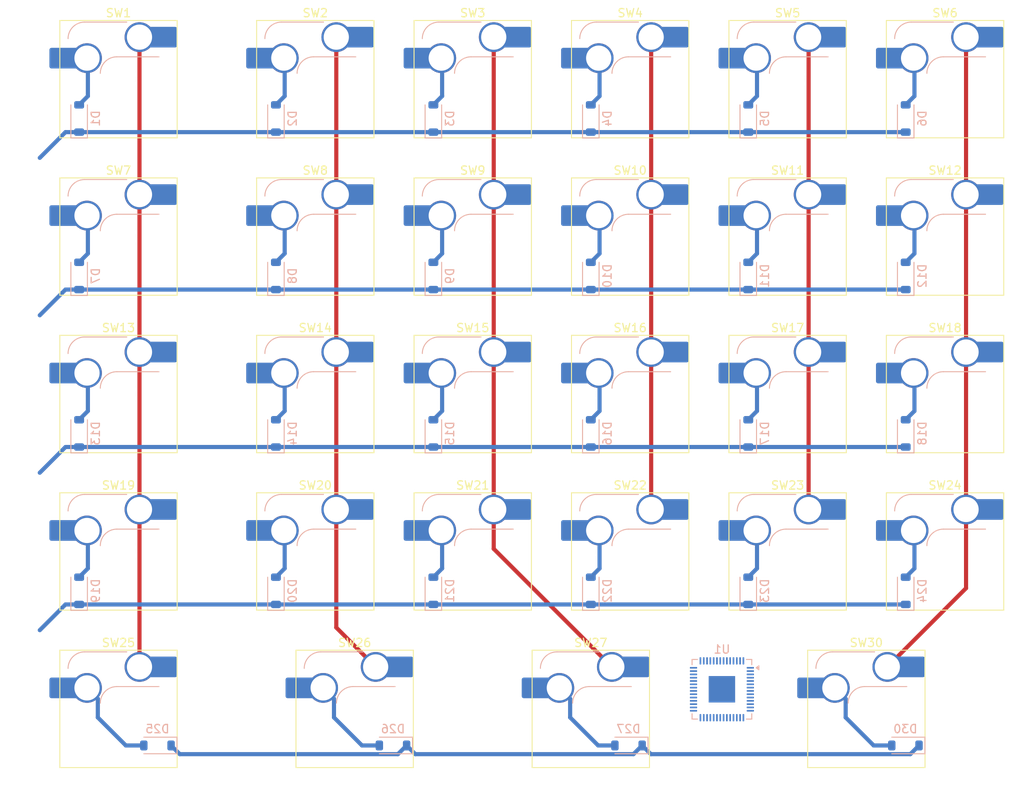
<source format=kicad_pcb>
(kicad_pcb (version 20241229) (generator "pcbnew") (generator_version "9.0")
  (layers (0 "F.Cu" signal) (2 "B.Cu" signal) (13 "F.Paste" user) (15 "B.Paste" user) (5 "F.SilkS" user "F.Silkscreen") (7 "B.SilkS" user "B.Silkscreen") (1 "F.Mask" user) (3 "B.Mask" user) (25 "Edge.Cuts" user))
  (net 0 "")
  (net 1 "Net-(D1-A)")
  (net 2 "C1")
  (net 3 "Net-(D2-A)")
  (net 4 "Net-(D3-A)")
  (net 5 "Net-(D4-A)")
  (net 6 "Net-(D5-A)")
  (net 7 "Net-(D6-A)")
  (net 8 "Net-(D7-A)")
  (net 9 "Net-(D8-A)")
  (net 10 "Net-(D9-A)")
  (net 11 "Net-(D10-A)")
  (net 12 "Net-(D11-A)")
  (net 13 "Net-(D12-A)")
  (net 14 "Net-(D13-A)")
  (net 15 "Net-(D14-A)")
  (net 16 "Net-(D15-A)")
  (net 17 "Net-(D16-A)")
  (net 18 "Net-(D17-A)")
  (net 19 "Net-(D18-A)")
  (net 20 "Net-(D19-A)")
  (net 21 "Net-(D20-A)")
  (net 22 "Net-(D21-A)")
  (net 23 "Net-(D22-A)")
  (net 24 "Net-(D23-A)")
  (net 25 "Net-(D24-A)")
  (net 26 "Net-(D25-A)")
  (net 27 "Net-(D26-A)")
  (net 28 "Net-(D27-A)")
  (net 29 "Net-(D30-A)")
  (net 34 "Net-(U1-IOVDD-Pad1)")
  (net 48 "Net-(U1-DVDD-Pad23)")
  (net 81 "R5")
  (footprint "PCM_Switch_Keyboard_Hotswap_Kailh:SW_Hotswap_Kailh_MX_Plated_1.00u" (layer "F.Cu") (at 71.755 61.9125)
    (property "Reference" "SW15")
    (property "Value" "SW_Push")
  )
  (footprint "PCM_Switch_Keyboard_Hotswap_Kailh:SW_Hotswap_Kailh_MX_Plated_1.50u" (layer "F.Cu") (at 28.8925 42.8625)
    (property "Reference" "SW7")
    (property "Value" "SW_Push")
  )
  (footprint "PCM_Switch_Keyboard_Hotswap_Kailh:SW_Hotswap_Kailh_MX_Plated_2.00u" (layer "F.Cu") (at 119.38 100.0125)
    (property "Reference" "SW30")
    (property "Value" "SW_Push")
  )
  (footprint "PCM_Switch_Keyboard_Hotswap_Kailh:SW_Hotswap_Kailh_MX_Plated_1.00u" (layer "F.Cu") (at 109.855 80.9625)
    (property "Reference" "SW23")
    (property "Value" "SW_Push")
  )
  (footprint "PCM_Switch_Keyboard_Hotswap_Kailh:SW_Hotswap_Kailh_MX_Plated_1.00u" (layer "F.Cu") (at 128.905 80.9625)
    (property "Reference" "SW24")
    (property "Value" "SW_Push")
  )
  (footprint "PCM_Switch_Keyboard_Hotswap_Kailh:SW_Hotswap_Kailh_MX_Plated_1.50u" (layer "F.Cu") (at 86.0425 100.0125)
    (property "Reference" "SW27")
    (property "Value" "SW_Push")
  )
  (footprint "PCM_Switch_Keyboard_Hotswap_Kailh:SW_Hotswap_Kailh_MX_Plated_1.50u" (layer "F.Cu") (at 28.8925 100.0125)
    (property "Reference" "SW25")
    (property "Value" "SW_Push")
  )
  (footprint "PCM_Switch_Keyboard_Hotswap_Kailh:SW_Hotswap_Kailh_MX_Plated_1.00u" (layer "F.Cu") (at 71.755 80.9625)
    (property "Reference" "SW21")
    (property "Value" "SW_Push")
  )
  (footprint "PCM_Switch_Keyboard_Hotswap_Kailh:SW_Hotswap_Kailh_MX_Plated_1.00u" (layer "F.Cu") (at 128.905 23.8125)
    (property "Reference" "SW6")
    (property "Value" "SW_Push")
  )
  (footprint "PCM_Switch_Keyboard_Hotswap_Kailh:SW_Hotswap_Kailh_MX_Plated_1.00u" (layer "F.Cu") (at 90.805 23.8125)
    (property "Reference" "SW4")
    (property "Value" "SW_Push")
  )
  (footprint "PCM_Switch_Keyboard_Hotswap_Kailh:SW_Hotswap_Kailh_MX_Plated_1.00u" (layer "F.Cu") (at 71.755 23.8125)
    (property "Reference" "SW3")
    (property "Value" "SW_Push")
  )
  (footprint "PCM_Switch_Keyboard_Hotswap_Kailh:SW_Hotswap_Kailh_MX_Plated_1.00u" (layer "F.Cu") (at 52.705 42.8625)
    (property "Reference" "SW8")
    (property "Value" "SW_Push")
  )
  (footprint "PCM_Switch_Keyboard_Hotswap_Kailh:SW_Hotswap_Kailh_MX_Plated_1.00u" (layer "F.Cu") (at 52.705 61.9125)
    (property "Reference" "SW14")
    (property "Value" "SW_Push")
  )
  (footprint "PCM_Switch_Keyboard_Hotswap_Kailh:SW_Hotswap_Kailh_MX_Plated_1.00u" (layer "F.Cu") (at 90.805 61.9125)
    (property "Reference" "SW16")
    (property "Value" "SW_Push")
  )
  (footprint "PCM_Switch_Keyboard_Hotswap_Kailh:SW_Hotswap_Kailh_MX_Plated_1.00u" (layer "F.Cu") (at 109.855 23.8125)
    (property "Reference" "SW5")
    (property "Value" "SW_Push")
  )
  (footprint "PCM_Switch_Keyboard_Hotswap_Kailh:SW_Hotswap_Kailh_MX_Plated_1.00u" (layer "F.Cu") (at 71.755 42.8625)
    (property "Reference" "SW9")
    (property "Value" "SW_Push")
  )
  (footprint "PCM_Switch_Keyboard_Hotswap_Kailh:SW_Hotswap_Kailh_MX_Plated_1.00u" (layer "F.Cu") (at 109.855 61.9125)
    (property "Reference" "SW17")
    (property "Value" "SW_Push")
  )
  (footprint "PCM_Switch_Keyboard_Hotswap_Kailh:SW_Hotswap_Kailh_MX_Plated_1.00u" (layer "F.Cu") (at 90.805 80.9625)
    (property "Reference" "SW22")
    (property "Value" "SW_Push")
  )
  (footprint "PCM_Switch_Keyboard_Hotswap_Kailh:SW_Hotswap_Kailh_MX_Plated_1.00u" (layer "F.Cu") (at 128.905 61.9125)
    (property "Reference" "SW18")
    (property "Value" "SW_Push")
  )
  (footprint "PCM_Switch_Keyboard_Hotswap_Kailh:SW_Hotswap_Kailh_MX_Plated_1.00u" (layer "F.Cu") (at 128.905 42.8625)
    (property "Reference" "SW12")
    (property "Value" "SW_Push")
  )
  (footprint "PCM_Switch_Keyboard_Hotswap_Kailh:SW_Hotswap_Kailh_MX_Plated_1.00u" (layer "F.Cu") (at 52.705 23.8125)
    (property "Reference" "SW2")
    (property "Value" "SW_Push")
  )
  (footprint "PCM_Switch_Keyboard_Hotswap_Kailh:SW_Hotswap_Kailh_MX_Plated_1.00u" (layer "F.Cu") (at 52.705 80.9625)
    (property "Reference" "SW20")
    (property "Value" "SW_Push")
  )
  (footprint "PCM_Switch_Keyboard_Hotswap_Kailh:SW_Hotswap_Kailh_MX_Plated_1.50u" (layer "F.Cu") (at 28.8925 61.9125)
    (property "Reference" "SW13")
    (property "Value" "SW_Push")
  )
  (footprint "PCM_Switch_Keyboard_Hotswap_Kailh:SW_Hotswap_Kailh_MX_Plated_1.50u" (layer "F.Cu") (at 57.4675 100.0125)
    (property "Reference" "SW26")
    (property "Value" "SW_Push")
  )
  (footprint "PCM_Switch_Keyboard_Hotswap_Kailh:SW_Hotswap_Kailh_MX_Plated_1.00u" (layer "F.Cu") (at 90.805 42.8625)
    (property "Reference" "SW10")
    (property "Value" "SW_Push")
  )
  (footprint "PCM_Switch_Keyboard_Hotswap_Kailh:SW_Hotswap_Kailh_MX_Plated_1.00u" (layer "F.Cu") (at 109.855 42.8625)
    (property "Reference" "SW11")
    (property "Value" "SW_Push")
  )
  (footprint "PCM_Switch_Keyboard_Hotswap_Kailh:SW_Hotswap_Kailh_MX_Plated_1.50u" (layer "F.Cu") (at 28.8925 23.8125)
    (property "Reference" "SW1")
    (property "Value" "SW_Push")
  )
  (footprint "PCM_Switch_Keyboard_Hotswap_Kailh:SW_Hotswap_Kailh_MX_Plated_1.50u" (layer "F.Cu") (at 28.8925 80.9625)
    (property "Reference" "SW19")
    (property "Value" "SW_Push")
  )
  (footprint "Diode_SMD:D_SOD-123" (layer "B.Cu") (at 86.0425 85.725 90)
    (property "Reference" "D22")
    (property "Value" "D")
  )
  (footprint "Diode_SMD:D_SOD-123" (layer "B.Cu") (at 62.105 104.4375 180)
    (property "Reference" "D26")
    (property "Value" "D")
  )
  (footprint "Diode_SMD:D_SOD-123" (layer "B.Cu") (at 24.13 66.675 90)
    (property "Reference" "D13")
    (property "Value" "D")
  )
  (footprint "Diode_SMD:D_SOD-123" (layer "B.Cu") (at 124.1425 28.575 90)
    (property "Reference" "D6")
    (property "Value" "D")
  )
  (footprint "Diode_SMD:D_SOD-123" (layer "B.Cu") (at 124.105 104.4375 180)
    (property "Reference" "D30")
    (property "Value" "D")
  )
  (footprint "Package_DFN_QFN:QFN-56-1EP_7x7mm_P0.4mm_EP3.2x3.2mm" (layer "B.Cu") (at 101.905 97.6375 180)
    (property "Reference" "U1")
    (property "Value" "RP2040")
  )
  (footprint "Diode_SMD:D_SOD-123" (layer "B.Cu") (at 86.0425 66.675 90)
    (property "Reference" "D16")
    (property "Value" "D")
  )
  (footprint "Diode_SMD:D_SOD-123" (layer "B.Cu") (at 105.0925 28.575 90)
    (property "Reference" "D5")
    (property "Value" "D")
  )
  (footprint "Diode_SMD:D_SOD-123" (layer "B.Cu") (at 24.13 47.625 90)
    (property "Reference" "D7")
    (property "Value" "D")
  )
  (footprint "Diode_SMD:D_SOD-123" (layer "B.Cu") (at 86.0425 47.625 90)
    (property "Reference" "D10")
    (property "Value" "D")
  )
  (footprint "Diode_SMD:D_SOD-123" (layer "B.Cu") (at 47.9425 85.725 90)
    (property "Reference" "D20")
    (property "Value" "D")
  )
  (footprint "Diode_SMD:D_SOD-123" (layer "B.Cu") (at 47.9425 28.575 90)
    (property "Reference" "D2")
    (property "Value" "D")
  )
  (footprint "Diode_SMD:D_SOD-123" (layer "B.Cu") (at 33.605 104.4375 180)
    (property "Reference" "D25")
    (property "Value" "D")
  )
  (footprint "Diode_SMD:D_SOD-123" (layer "B.Cu") (at 124.1425 85.725 90)
    (property "Reference" "D24")
    (property "Value" "D")
  )
  (footprint "Diode_SMD:D_SOD-123" (layer "B.Cu") (at 47.9425 66.675 90)
    (property "Reference" "D14")
    (property "Value" "D")
  )
  (footprint "Diode_SMD:D_SOD-123" (layer "B.Cu") (at 86.0425 28.575 90)
    (property "Reference" "D4")
    (property "Value" "D")
  )
  (footprint "Diode_SMD:D_SOD-123" (layer "B.Cu") (at 66.9925 85.725 90)
    (property "Reference" "D21")
    (property "Value" "D")
  )
  (footprint "Diode_SMD:D_SOD-123" (layer "B.Cu") (at 90.605 104.4375 180)
    (property "Reference" "D27")
    (property "Value" "D")
  )
  (footprint "Diode_SMD:D_SOD-123" (layer "B.Cu") (at 105.0925 66.675 90)
    (property "Reference" "D17")
    (property "Value" "D")
  )
  (footprint "Diode_SMD:D_SOD-123" (layer "B.Cu") (at 24.13 28.575 90)
    (property "Reference" "D1")
    (property "Value" "D")
  )
  (footprint "Diode_SMD:D_SOD-123" (layer "B.Cu") (at 124.1425 47.625 90)
    (property "Reference" "D12")
    (property "Value" "D")
  )
  (footprint "Diode_SMD:D_SOD-123" (layer "B.Cu") (at 47.9425 47.625 90)
    (property "Reference" "D8")
    (property "Value" "D")
  )
  (footprint "Diode_SMD:D_SOD-123" (layer "B.Cu") (at 66.9925 66.675 90)
    (property "Reference" "D15")
    (property "Value" "D")
  )
  (footprint "Diode_SMD:D_SOD-123" (layer "B.Cu") (at 66.9925 28.575 90)
    (property "Reference" "D3")
    (property "Value" "D")
  )
  (footprint "Diode_SMD:D_SOD-123" (layer "B.Cu") (at 105.0925 85.725 90)
    (property "Reference" "D23")
    (property "Value" "D")
  )
  (footprint "Diode_SMD:D_SOD-123" (layer "B.Cu") (at 24.13 85.725 90)
    (property "Reference" "D19")
    (property "Value" "D")
  )
  (footprint "Diode_SMD:D_SOD-123" (layer "B.Cu") (at 66.9925 47.625 90)
    (property "Reference" "D9")
    (property "Value" "D")
  )
  (footprint "Diode_SMD:D_SOD-123" (layer "B.Cu") (at 124.1425 66.675 90)
    (property "Reference" "D18")
    (property "Value" "D")
  )
  (footprint "Diode_SMD:D_SOD-123" (layer "B.Cu") (at 105.0925 47.625 90)
    (property "Reference" "D11")
    (property "Value" "D")
  )
  (segment (start 25.1885 21.3785) (end 25.1885 25.8665) (width 0.5) (layer "B.Cu") (net 1))
  (segment (start 25.1885 25.8665) (end 24.13 26.925) (width 0.5) (layer "B.Cu") (net 1))
  (segment (start 25.0825 21.2725) (end 25.1885 21.3785) (width 0.5) (layer "B.Cu") (net 1))
  (segment (start 74.295 80.645) (end 88.5825 94.9325) (width 0.5) (layer "F.Cu") (net 2))
  (segment (start 131.445 85.4075) (end 121.92 94.9325) (width 0.5) (layer "F.Cu") (net 2))
  (segment (start 74.295 18.7325) (end 74.295 80.645) (width 0.5) (layer "F.Cu") (net 2))
  (segment (start 31.4325 18.7325) (end 31.4325 94.9325) (width 0.5) (layer "F.Cu") (net 2))
  (segment (start 55.245 18.7325) (end 55.245 90.17) (width 0.5) (layer "F.Cu") (net 2))
  (segment (start 93.345 18.7325) (end 93.345 75.8825) (width 0.5) (layer "F.Cu") (net 2))
  (segment (start 55.245 90.17) (end 60.0075 94.9325) (width 0.5) (layer "F.Cu") (net 2))
  (segment (start 112.395 18.7325) (end 112.395 75.8825) (width 0.5) (layer "F.Cu") (net 2))
  (segment (start 131.445 18.7325) (end 131.445 85.4075) (width 0.5) (layer "F.Cu") (net 2))
  (segment (start 124.1425 49.275) (end 22.48 49.275) (width 0.5) (layer "B.Cu") (net 2))
  (segment (start 22.48 68.325) (end 19.3675 71.4375) (width 0.5) (layer "B.Cu") (net 2))
  (segment (start 124.1425 68.325) (end 22.48 68.325) (width 0.5) (layer "B.Cu") (net 2))
  (segment (start 19.3675 33.3375) (end 22.48 30.225) (width 0.5) (layer "B.Cu") (net 2))
  (segment (start 22.48 49.275) (end 19.3675 52.3875) (width 0.5) (layer "B.Cu") (net 2))
  (segment (start 124.1425 87.375) (end 22.48 87.375) (width 0.5) (layer "B.Cu") (net 2))
  (segment (start 22.48 87.375) (end 19.3675 90.4875) (width 0.5) (layer "B.Cu") (net 2))
  (segment (start 124.1425 30.225) (end 22.48 30.225) (width 0.5) (layer "B.Cu") (net 2))
  (segment (start 49.001 25.8665) (end 47.9425 26.925) (width 0.5) (layer "B.Cu") (net 3))
  (segment (start 49.001 21.3785) (end 49.001 25.8665) (width 0.5) (layer "B.Cu") (net 3))
  (segment (start 48.895 21.2725) (end 49.001 21.3785) (width 0.5) (layer "B.Cu") (net 3))
  (segment (start 68.051 21.3785) (end 68.051 25.8665) (width 0.5) (layer "B.Cu") (net 4))
  (segment (start 67.945 21.2725) (end 68.051 21.3785) (width 0.5) (layer "B.Cu") (net 4))
  (segment (start 68.051 25.8665) (end 66.9925 26.925) (width 0.5) (layer "B.Cu") (net 4))
  (segment (start 87.101 25.8665) (end 86.0425 26.925) (width 0.5) (layer "B.Cu") (net 5))
  (segment (start 87.101 21.3785) (end 87.101 25.8665) (width 0.5) (layer "B.Cu") (net 5))
  (segment (start 86.995 21.2725) (end 87.101 21.3785) (width 0.5) (layer "B.Cu") (net 5))
  (segment (start 106.151 21.3785) (end 106.151 25.8665) (width 0.5) (layer "B.Cu") (net 6))
  (segment (start 106.151 25.8665) (end 105.0925 26.925) (width 0.5) (layer "B.Cu") (net 6))
  (segment (start 106.045 21.2725) (end 106.151 21.3785) (width 0.5) (layer "B.Cu") (net 6))
  (segment (start 125.201 25.8665) (end 124.1425 26.925) (width 0.5) (layer "B.Cu") (net 7))
  (segment (start 125.095 21.2725) (end 125.201 21.3785) (width 0.5) (layer "B.Cu") (net 7))
  (segment (start 125.201 21.3785) (end 125.201 25.8665) (width 0.5) (layer "B.Cu") (net 7))
  (segment (start 25.1885 44.9165) (end 24.13 45.975) (width 0.5) (layer "B.Cu") (net 8))
  (segment (start 25.0825 40.3225) (end 25.1885 40.4285) (width 0.5) (layer "B.Cu") (net 8))
  (segment (start 25.1885 40.4285) (end 25.1885 44.9165) (width 0.5) (layer "B.Cu") (net 8))
  (segment (start 48.895 40.3225) (end 49.001 40.4285) (width 0.5) (layer "B.Cu") (net 9))
  (segment (start 49.001 40.4285) (end 49.001 44.9165) (width 0.5) (layer "B.Cu") (net 9))
  (segment (start 49.001 44.9165) (end 47.9425 45.975) (width 0.5) (layer "B.Cu") (net 9))
  (segment (start 68.051 40.4285) (end 68.051 44.9165) (width 0.5) (layer "B.Cu") (net 10))
  (segment (start 67.945 40.3225) (end 68.051 40.4285) (width 0.5) (layer "B.Cu") (net 10))
  (segment (start 68.051 44.9165) (end 66.9925 45.975) (width 0.5) (layer "B.Cu") (net 10))
  (segment (start 86.995 40.3225) (end 87.101 40.4285) (width 0.5) (layer "B.Cu") (net 11))
  (segment (start 87.101 40.4285) (end 87.101 44.9165) (width 0.5) (layer "B.Cu") (net 11))
  (segment (start 87.101 44.9165) (end 86.0425 45.975) (width 0.5) (layer "B.Cu") (net 11))
  (segment (start 106.151 44.9165) (end 105.0925 45.975) (width 0.5) (layer "B.Cu") (net 12))
  (segment (start 106.045 40.3225) (end 106.151 40.4285) (width 0.5) (layer "B.Cu") (net 12))
  (segment (start 106.151 40.4285) (end 106.151 44.9165) (width 0.5) (layer "B.Cu") (net 12))
  (segment (start 125.201 40.4285) (end 125.201 44.9165) (width 0.5) (layer "B.Cu") (net 13))
  (segment (start 125.201 44.9165) (end 124.1425 45.975) (width 0.5) (layer "B.Cu") (net 13))
  (segment (start 125.095 40.3225) (end 125.201 40.4285) (width 0.5) (layer "B.Cu") (net 13))
  (segment (start 25.0825 59.3725) (end 25.1885 59.4785) (width 0.5) (layer "B.Cu") (net 14))
  (segment (start 25.1885 63.9665) (end 24.13 65.025) (width 0.5) (layer "B.Cu") (net 14))
  (segment (start 25.1885 59.4785) (end 25.1885 63.9665) (width 0.5) (layer "B.Cu") (net 14))
  (segment (start 49.001 63.9665) (end 47.9425 65.025) (width 0.5) (layer "B.Cu") (net 15))
  (segment (start 48.895 59.3725) (end 49.001 59.4785) (width 0.5) (layer "B.Cu") (net 15))
  (segment (start 49.001 59.4785) (end 49.001 63.9665) (width 0.5) (layer "B.Cu") (net 15))
  (segment (start 68.051 59.4785) (end 68.051 63.9665) (width 0.5) (layer "B.Cu") (net 16))
  (segment (start 68.051 63.9665) (end 66.9925 65.025) (width 0.5) (layer "B.Cu") (net 16))
  (segment (start 67.945 59.3725) (end 68.051 59.4785) (width 0.5) (layer "B.Cu") (net 16))
  (segment (start 86.995 59.3725) (end 87.101 59.4785) (width 0.5) (layer "B.Cu") (net 17))
  (segment (start 87.101 63.9665) (end 86.0425 65.025) (width 0.5) (layer "B.Cu") (net 17))
  (segment (start 87.101 59.4785) (end 87.101 63.9665) (width 0.5) (layer "B.Cu") (net 17))
  (segment (start 106.151 59.4785) (end 106.151 63.9665) (width 0.5) (layer "B.Cu") (net 18))
  (segment (start 106.045 59.3725) (end 106.151 59.4785) (width 0.5) (layer "B.Cu") (net 18))
  (segment (start 106.151 63.9665) (end 105.0925 65.025) (width 0.5) (layer "B.Cu") (net 18))
  (segment (start 125.201 59.4785) (end 125.201 63.9665) (width 0.5) (layer "B.Cu") (net 19))
  (segment (start 125.095 59.3725) (end 125.201 59.4785) (width 0.5) (layer "B.Cu") (net 19))
  (segment (start 125.201 63.9665) (end 124.1425 65.025) (width 0.5) (layer "B.Cu") (net 19))
  (segment (start 25.0825 78.4225) (end 25.1885 78.5285) (width 0.5) (layer "B.Cu") (net 20))
  (segment (start 25.1885 78.5285) (end 25.1885 83.0165) (width 0.5) (layer "B.Cu") (net 20))
  (segment (start 25.1885 83.0165) (end 24.13 84.075) (width 0.5) (layer "B.Cu") (net 20))
  (segment (start 49.001 83.0165) (end 47.9425 84.075) (width 0.5) (layer "B.Cu") (net 21))
  (segment (start 49.001 78.5285) (end 49.001 83.0165) (width 0.5) (layer "B.Cu") (net 21))
  (segment (start 48.895 78.4225) (end 49.001 78.5285) (width 0.5) (layer "B.Cu") (net 21))
  (segment (start 67.945 78.4225) (end 68.051 78.5285) (width 0.5) (layer "B.Cu") (net 22))
  (segment (start 68.051 78.5285) (end 68.051 83.0165) (width 0.5) (layer "B.Cu") (net 22))
  (segment (start 68.051 83.0165) (end 66.9925 84.075) (width 0.5) (layer "B.Cu") (net 22))
  (segment (start 87.101 78.5285) (end 87.101 83.0165) (width 0.5) (layer "B.Cu") (net 23))
  (segment (start 87.101 83.0165) (end 86.0425 84.075) (width 0.5) (layer "B.Cu") (net 23))
  (segment (start 86.995 78.4225) (end 87.101 78.5285) (width 0.5) (layer "B.Cu") (net 23))
  (segment (start 106.151 83.0165) (end 105.0925 84.075) (width 0.5) (layer "B.Cu") (net 24))
  (segment (start 106.045 78.4225) (end 106.151 78.5285) (width 0.5) (layer "B.Cu") (net 24))
  (segment (start 106.151 78.5285) (end 106.151 83.0165) (width 0.5) (layer "B.Cu") (net 24))
  (segment (start 125.201 83.0165) (end 124.1425 84.075) (width 0.5) (layer "B.Cu") (net 25))
  (segment (start 125.095 78.4225) (end 125.201 78.5285) (width 0.5) (layer "B.Cu") (net 25))
  (segment (start 125.201 78.5285) (end 125.201 83.0165) (width 0.5) (layer "B.Cu") (net 25))
  (segment (start 26.3915 101.048448) (end 29.780552 104.4375) (width 0.5) (layer "B.Cu") (net 26))
  (segment (start 29.780552 104.4375) (end 31.955 104.4375) (width 0.5) (layer "B.Cu") (net 26))
  (segment (start 26.3915 98.7815) (end 26.3915 101.048448) (width 0.5) (layer "B.Cu") (net 26))
  (segment (start 25.0825 97.4725) (end 26.3915 98.7815) (width 0.5) (layer "B.Cu") (net 26))
  (segment (start 58.355552 104.4375) (end 60.455 104.4375) (width 0.5) (layer "B.Cu") (net 27))
  (segment (start 54.9665 98.7815) (end 54.9665 101.048448) (width 0.5) (layer "B.Cu") (net 27))
  (segment (start 54.9665 101.048448) (end 58.355552 104.4375) (width 0.5) (layer "B.Cu") (net 27))
  (segment (start 53.6575 97.4725) (end 54.9665 98.7815) (width 0.5) (layer "B.Cu") (net 27))
  (segment (start 83.5415 101.048448) (end 86.930552 104.4375) (width 0.5) (layer "B.Cu") (net 28))
  (segment (start 82.2325 97.4725) (end 83.5415 98.7815) (width 0.5) (layer "B.Cu") (net 28))
  (segment (start 86.930552 104.4375) (end 88.955 104.4375) (width 0.5) (layer "B.Cu") (net 28))
  (segment (start 83.5415 98.7815) (end 83.5415 101.048448) (width 0.5) (layer "B.Cu") (net 28))
  (segment (start 115.57 97.4725) (end 116.879 98.7815) (width 0.5) (layer "B.Cu") (net 29))
  (segment (start 116.879 98.7815) (end 116.879 101.048448) (width 0.5) (layer "B.Cu") (net 29))
  (segment (start 116.879 101.048448) (end 120.268052 104.4375) (width 0.5) (layer "B.Cu") (net 29))
  (segment (start 120.268052 104.4375) (end 122.455 104.4375) (width 0.5) (layer "B.Cu") (net 29))
  (segment (start 124.704 105.4885) (end 125.755 104.4375) (width 0.5) (layer "B.Cu") (net 81))
  (segment (start 92.255 104.4375) (end 93.306 105.4885) (width 0.5) (layer "B.Cu") (net 81))
  (segment (start 62.704 105.4885) (end 63.755 104.4375) (width 0.5) (layer "B.Cu") (net 81))
  (segment (start 63.755 104.4375) (end 64.806 105.4885) (width 0.5) (layer "B.Cu") (net 81))
  (segment (start 35.255 104.4375) (end 36.306 105.4885) (width 0.5) (layer "B.Cu") (net 81))
  (segment (start 93.306 105.4885) (end 124.704 105.4885) (width 0.5) (layer "B.Cu") (net 81))
  (segment (start 64.806 105.4885) (end 91.204 105.4885) (width 0.5) (layer "B.Cu") (net 81))
  (segment (start 91.204 105.4885) (end 92.255 104.4375) (width 0.5) (layer "B.Cu") (net 81))
  (segment (start 36.306 105.4885) (end 62.704 105.4885) (width 0.5) (layer "B.Cu") (net 81))
)
</source>
